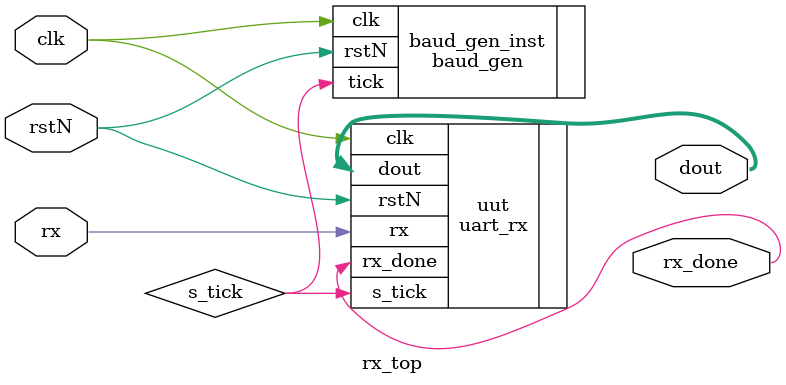
<source format=sv>
module rx_top
  (
    input   logic clk, 
    input   logic rstN,
    input   logic rx,
    output  logic [7:0] dout,
    output  logic rx_done
  );

  logic s_tick;

  uart_rx uut (
          .clk(clk),
          .rstN(rstN),
          .rx(rx),
          .s_tick(s_tick),
          .dout(dout),
          .rx_done(rx_done)
      );
      
  baud_gen baud_gen_inst (
      .clk(clk),
      .rstN(rstN),
      .tick(s_tick)
  );

endmodule: rx_top
</source>
